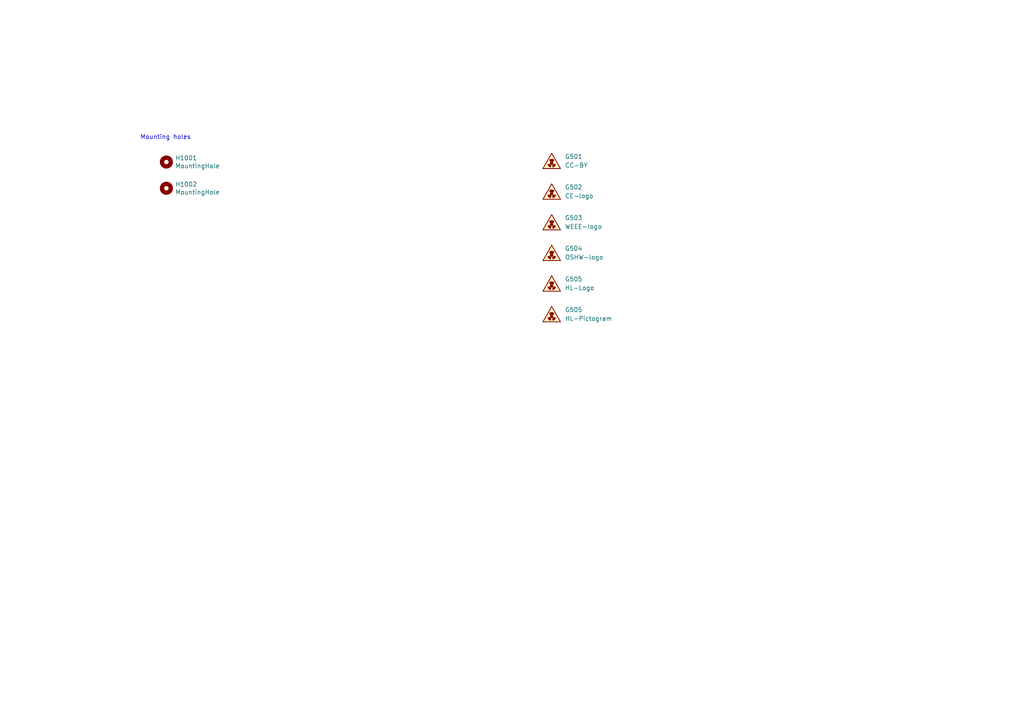
<source format=kicad_sch>
(kicad_sch (version 20230121) (generator eeschema)
  (paper "A4")
  (title_block (title "Hat Labs Marine Engine/Tank interface (HALMET)") (date "2023-09-19") (rev "1.0.0-a1") (company "Hat Labs Ltd") (comment 1 "https://creativecommons.org/licenses/by-sa/4.0") (comment 2 "To view a copy of this license, visit ") (comment 3 "HALMET is licensed under CC BY-SA 4.0."))
  (lib_symbols
    (symbol "Graphic:SYM_Radioactive_Radiation_Small" (in_bom no) (on_board no)
      (symbol "SYM_Radioactive_Radiation_Small_0_0"
        (arc (start -1.1176 -0.7366) (mid -0.8421 -1.2231) (end -0.3556 -1.4986))
        (arc (start -0.6096 -0.6096) (mid -0.4656 -0.8429) (end -0.2286 -0.9906))
        (circle (center -0.0254 -0.3556) (radius 0.3556) (stroke (width 0.254)) (fill (type outline)))
        (polyline (pts (xy -1.1176 -0.7366) (xy -0.6096 -0.6096)))
        (polyline (pts (xy -0.635 0.6096) (xy -0.381 0.1016)))
        (polyline (pts (xy -0.3556 -1.4986) (xy -0.2286 -0.9906)))
        (polyline (pts (xy 0.3556 -1.4986) (xy 0.2286 -0.9906)))
        (polyline (pts (xy 0.635 0.6096) (xy 0.381 0.1016)))
        (polyline (pts (xy 1.1176 -0.7366) (xy 0.6096 -0.6096)))
        (polyline (pts (xy -0.6096 -0.6604) (xy -0.508 -0.8636) (xy -0.254 -0.9652) (xy -0.4064 -1.4732) (xy -0.762 -1.2192) (xy -0.9652 -1.016) (xy -1.0668 -0.7112) (xy -0.6096 -0.6604)) (fill (type outline)))
        (polyline (pts (xy 0.6096 -0.6096) (xy 0.4572 -0.8636) (xy 0.254 -1.016) (xy 0.4064 -1.4732) (xy 0.7112 -1.27) (xy 0.9144 -1.0668) (xy 1.0668 -0.762) (xy 0.6096 -0.6604)) (fill (type outline)))
        (polyline (pts (xy -0.3556 0.1524) (xy -0.1016 0.254) (xy 0.1524 0.254) (xy 0.3556 0.1016) (xy 0.6096 0.6096) (xy 0.3556 0.7112) (xy 0.1016 0.762) (xy -0.1524 0.762) (xy -0.4572 0.6604) (xy -0.6096 0.6096) (xy -0.4064 0.1524)) (fill (type outline)))
        (arc (start 0.2286 -0.9906) (mid 0.4619 -0.8466) (end 0.6096 -0.6096))
        (arc (start 0.3556 -1.4986) (mid 0.8421 -1.2231) (end 1.1176 -0.7366))
        (arc (start 0.381 0.1016) (mid 0 0.2594) (end -0.381 0.1016))
        (arc (start 0.635 0.6096) (mid 0 0.8131) (end -0.635 0.6096))
      )
      (symbol "SYM_Radioactive_Radiation_Small_0_1"
        (polyline (pts (xy -2.54 -1.905) (xy 2.54 -1.905) (xy 0 2.54) (xy -2.54 -1.905)) (stroke (width 0.254)) (fill (type background)))
      )
    )
    (symbol "Mechanical:MountingHole" (pin_names (offset 1.016))
      (property "Reference" "H" (at 0 5.08 0))
      (property "Value" "MountingHole" (at 0 3.175 0))
      (symbol "MountingHole_0_1"
        (circle (center 0 0) (radius 1.27) (stroke (width 1.27)))
      )
    )
  )
  (text "Mounting holes" (at 40.64 40.64 0) (effects (font (size 1.27 1.27)) (justify left bottom)))
  (symbol (lib_id "Mechanical:MountingHole") (at 48.26 46.99 0) (unit 1)
    (property "Reference" "H1001" (at 50.8 45.8216 0) (effects (justify left)))
    (property "Value" "MountingHole" (at 50.8 48.133 0) (effects (justify left)))
    (property "Footprint" "HALMET:MountingSlot_3.2mm_M3_Unplated" (effects hide))
  )
  (symbol (lib_id "Mechanical:MountingHole") (at 48.26 54.61 0) (unit 1)
    (property "Reference" "H1002" (at 50.8 53.4416 0) (effects (justify left)))
    (property "Value" "MountingHole" (at 50.8 55.753 0) (effects (justify left)))
    (property "Footprint" "HALMET:MountingSlot_3.2mm_M3_Unplated" (effects hide))
  )
  (symbol (lib_id "Graphic:SYM_Radioactive_Radiation_Small") (at 160.02 55.88 0) (unit 1) (in_bom no) (on_board no)
    (property "Reference" "G502" (at 163.83 54.2925 0) (effects (justify left)))
    (property "Value" "CE-logo" (at 163.83 56.8325 0) (effects (justify left)))
    (property "Footprint" "Symbol:CE-Logo_11.2x8mm_SilkScreen" (effects hide))
    (property "Sim.Enable" "0" (effects hide))
    (instances (project "HALMET" (path "" (reference "G502") (unit 1))) (project "HALMET" (path "" (reference "G602") (unit 1))))
  )
  (symbol (lib_id "Graphic:SYM_Radioactive_Radiation_Small") (at 160.02 46.99 0) (unit 1) (in_bom no)
    (property "Reference" "G501" (at 163.83 45.4025 0) (effects (justify left)))
    (property "Value" "CC-BY" (at 163.83 47.9425 0) (effects (justify left)))
    (property "Footprint" "HALMET:cc-by_5mm" (effects hide))
    (property "Sim.Enable" "0" (effects hide))
    (instances (project "HALMET" (path "" (reference "G501") (unit 1))) (project "HALMET" (path "" (reference "G601") (unit 1))))
  )
  (symbol (lib_id "Graphic:SYM_Radioactive_Radiation_Small") (at 160.02 82.55 0) (unit 1) (in_bom no)
    (property "Reference" "G505" (at 163.83 80.9625 0) (effects (justify left)))
    (property "Value" "HL-Logo" (at 163.83 83.5025 0) (effects (justify left)))
    (property "Footprint" "HALMET:Hat_Labs_25.4mm" (effects hide))
    (property "Sim.Enable" "0" (effects hide))
    (instances (project "HALMET" (path "" (reference "G505") (unit 1))) (project "HALMET" (path "" (reference "G605") (unit 1))))
  )
  (symbol (lib_id "Graphic:SYM_Radioactive_Radiation_Small") (at 160.02 64.77 0) (unit 1) (in_bom no) (on_board no)
    (property "Reference" "G503" (at 163.83 63.1825 0) (effects (justify left)))
    (property "Value" "WEEE-logo" (at 163.83 65.7225 0) (effects (justify left)))
    (property "Footprint" "Symbol:WEEE-Logo_5.6x8mm_SilkScreen" (effects hide))
    (property "Sim.Enable" "0" (effects hide))
    (instances (project "HALMET" (path "" (reference "G503") (unit 1))) (project "HALMET" (path "" (reference "G603") (unit 1))))
  )
  (symbol (lib_id "Graphic:SYM_Radioactive_Radiation_Small") (at 160.02 91.44 0) (unit 1) (in_bom no)
    (property "Reference" "G505" (at 163.83 89.8525 0) (effects (justify left)))
    (property "Value" "HL-Pictogram" (at 163.83 92.3925 0) (effects (justify left)))
    (property "Footprint" "HALMET:HaL_picto_8mm" (effects hide))
    (property "Sim.Enable" "0" (effects hide))
    (instances (project "HALMET" (path "" (reference "G505") (unit 1))) (project "HALMET" (path "" (reference "G701") (unit 1))))
  )
  (symbol (lib_id "Graphic:SYM_Radioactive_Radiation_Small") (at 160.02 73.66 0) (unit 1) (in_bom no) (on_board no)
    (property "Reference" "G504" (at 163.83 72.0725 0) (effects (justify left)))
    (property "Value" "OSHW-logo" (at 163.83 74.6125 0) (effects (justify left)))
    (property "Footprint" "Symbol:OSHW-Logo2_9.8x8mm_SilkScreen" (effects hide))
    (property "Sim.Enable" "0" (effects hide))
    (instances (project "HALMET" (path "" (reference "G504") (unit 1))) (project "HALMET" (path "" (reference "G604") (unit 1))))
  )
)
</source>
